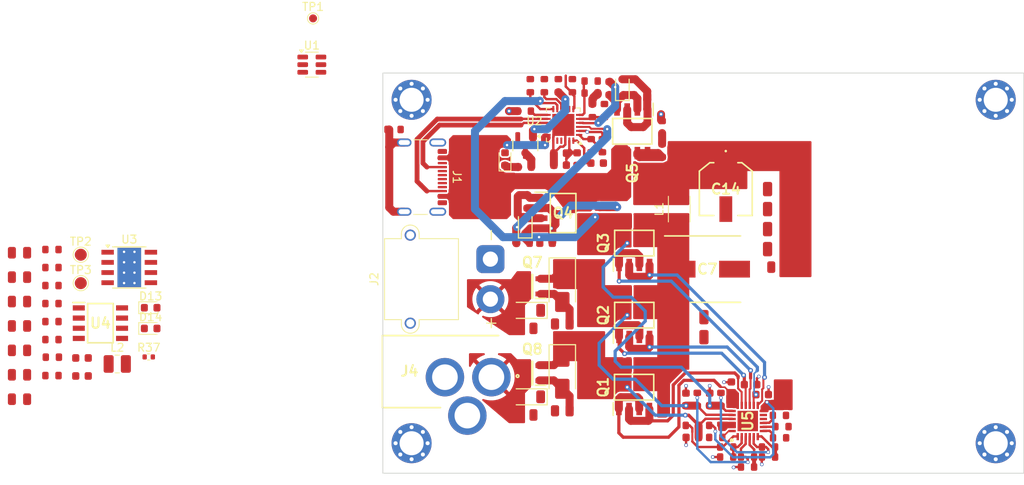
<source format=kicad_pcb>
(kicad_pcb (version 20241229) (generator "pcbnew") (generator_version "9.0")
  (layers (0 "F.Cu" signal) (4 "In1.Cu" signal) (6 "In2.Cu" signal) (8 "In3.Cu" signal) (10 "In4.Cu" signal) (2 "B.Cu" signal) (13 "F.Paste" user) (15 "B.Paste" user) (5 "F.SilkS" user "F.Silkscreen") (7 "B.SilkS" user "B.Silkscreen") (1 "F.Mask" user) (3 "B.Mask" user) (25 "Edge.Cuts" user))
  (net 0 "")
  (net 1 "GND")
  (net 2 "+VBUS_PD")
  (net 3 "Net-(Q1-D1_1)")
  (net 4 "Net-(Q2-D1_1)")
  (net 5 "Net-(Q1-S1)")
  (net 6 "Net-(Q3-S1)")
  (net 7 "Net-(Q2-S1)")
  (net 8 "Net-(U2-VDDD)")
  (net 9 "Net-(U2-VCCD)")
  (net 10 "Net-(Q4-G1)")
  (net 11 "Net-(Q4-D1_1)")
  (net 12 "Net-(Q4-S1)")
  (net 13 "Net-(Q5-S1)")
  (net 14 "Net-(Q5-G1)")
  (net 15 "Net-(Q1-D2_1)")
  (net 16 "Net-(Q1-G1)")
  (net 17 "Net-(Q2-G1)")
  (net 18 "Net-(Q3-G1)")
  (net 19 "Net-(U5-OV1)")
  (net 20 "Net-(U5-UV1)")
  (net 21 "Net-(U5-OV2)")
  (net 22 "Net-(U5-UV2)")
  (net 23 "Net-(U5-OV3)")
  (net 24 "Net-(U5-UV3)")
  (net 25 "Net-(U5-~{VALID3})")
  (net 26 "Net-(U5-~{VALID2})")
  (net 27 "Net-(U5-~{VALID1})")
  (net 28 "Net-(U5-HYS)")
  (net 29 "Net-(U5-EN)")
  (net 30 "Net-(J1-CC1)")
  (net 31 "Net-(J1-D+-PadA6)")
  (net 32 "Net-(J1-D--PadA7)")
  (net 33 "Net-(J1-SHIELD)")
  (net 34 "Net-(J1-CC2)")
  (net 35 "+VBUS_SAFE")
  (net 36 "PD_FAULT")
  (net 37 "Net-(Q6-D)")
  (net 38 "Net-(U2-VBUS_FET_EN)")
  (net 39 "Net-(U2-SAFE_PWR_EN)")
  (net 40 "Net-(U2-VBUS_MIN)")
  (net 41 "Net-(U2-ISNK_FINE)")
  (net 42 "Net-(U2-ISNK_COARSE)")
  (net 43 "+3.3V")
  (net 44 "PD_SCL")
  (net 45 "PD_SDA")
  (net 46 "Net-(D3-K)")
  (net 47 "PD_INT")
  (net 48 "PD_FLIP")
  (net 49 "PD_SAFE")
  (net 56 "PD_IO1")
  (net 57 "Net-(J2-Pin_2)")
  (net 58 "Net-(Q8-G)")
  (net 59 "Net-(Q8-D)")
  (net 60 "Net-(Q7-G)")
  (net 61 "+V_MAIN")
  (net 62 "Net-(U2-GND-Pad22)")
  (net 63 "Net-(U3-BOOT)")
  (net 64 "Net-(U3-SW)")
  (net 65 "Net-(D13-A)")
  (net 66 "Net-(U3-VCC)")
  (net 67 "+3V3")
  (net 68 "+5V")
  (net 69 "Net-(U4-CDELAY)")
  (net 70 "Net-(D13-K)")
  (net 71 "Net-(D14-K)")
  (net 73 "Net-(U3-FB)")
  (net 74 "Net-(R39-Pad2)")
  (net 75 "Net-(U4-PWRGD)")
  (net 76 "Net-(U3-EN)")
  (footprint "PCM_JLCPCB:C_0603" (layer "F.Cu") (at 175.799999 86.024999 90)
    (property "Reference" "C2" (hide yes))
    (property "Value" "100nF")
  )
  (footprint "PCM_JLCPCB:D_SMA" (layer "F.Cu") (at 157.4 82.7 -90)
    (property "Reference" "D5" (hide yes))
    (property "Value" "1SMA4740A")
  )
  (footprint "PCM_JLCPCB:R_0603" (layer "F.Cu") (at 153.407502 46.825999 -90)
    (property "Reference" "R27" (hide yes))
    (property "Value" "2.2kΩ")
  )
  (footprint "PCM_JLCPCB:R_0603" (layer "F.Cu") (at 155.1575 46.825997 -90)
    (property "Reference" "R30" (hide yes))
    (property "Value" "2.2kΩ")
  )
  (footprint "PCM_JLCPCB:R_0805" (layer "F.Cu") (at 157.4 87.45 180)
    (property "Reference" "R35" (hide yes))
    (property "Value" "10kΩ")
  )
  (footprint "PCM_JLCPCB:R_0603" (layer "F.Cu") (at 93.7 78.55)
    (property "Reference" "R43" (hide yes))
    (property "Value" "100kΩ")
  )
  (footprint "PCM_JLCPCB:R_0603" (layer "F.Cu") (at 152.709437 56.987088)
    (property "Reference" "R28" (hide yes))
    (property "Value" "2.2kΩ")
  )
  (footprint "PCM_JLCPCB:R_0603" (layer "F.Cu") (at 177.920001 93.225)
    (property "Reference" "R4" (hide yes))
    (property "Value" "110kΩ")
  )
  (footprint "PCM_JLCPCB:C_0603" (layer "F.Cu") (at 159.25 56 -90)
    (property "Reference" "C10" (hide yes))
    (property "Value" "4.7uF")
  )
  (footprint "PCM_JLCPCB:R_0603" (layer "F.Cu") (at 161.00001 46.249998 180)
    (property "Reference" "R25" (hide yes))
    (property "Value" "10kΩ")
  )
  (footprint "PCM_JLCPCB:R_0603" (layer "F.Cu") (at 163.262916 47.15819 90)
    (property "Reference" "R19" (hide yes))
    (property "Value" "1kΩ")
  )
  (footprint "PCM_JLCPCB:R_0603" (layer "F.Cu") (at 152.657503 50.005998)
    (property "Reference" "R26" (hide yes))
    (property "Value" "2.2kΩ")
  )
  (footprint "UniversalAlexLibrary:SOIC127P600X175-8N" (layer "F.Cu") (at 166.385 66.501 90)
    (property "Reference" "Q3")
    (property "Value" "DMP4025LSD-13" (hide yes))
  )
  (footprint "PCM_JLCPCB:R_0603" (layer "F.Cu") (at 174.250001 86.024997 90)
    (property "Reference" "R9" (hide yes))
    (property "Value" "300kΩ")
  )
  (footprint "PCM_JLCPCB:R_0603" (layer "F.Cu") (at 177.920001 91.974996)
    (property "Reference" "R5" (hide yes))
    (property "Value" "75kΩ")
  )
  (footprint "PCM_JLCPCB:R_0603" (layer "F.Cu") (at 93.75 80.75)
    (property "Reference" "R44" (hide yes))
    (property "Value" "1kΩ")
  )
  (footprint "UniversalAlexLibrary:SOT95P237X112-3N" (layer "F.Cu") (at 153.649998 71.899998 180)
    (property "Reference" "Q7")
    (property "Value" "SQ2319CES-T1_GE3" (hide yes))
  )
  (footprint "PCM_JLCPCB:R_0603" (layer "F.Cu") (at 173.629998 89.274998 180)
    (property "Reference" "R6" (hide yes))
    (property "Value" "240kΩ")
  )
  (footprint "LED_SMD:LED_0603_1608Metric" (layer "F.Cu") (at 150.25 56 90)
    (property "Reference" "D3" (hide yes))
    (property "Value" "LED")
  )
  (footprint "PCM_JLCPCB:C_0603" (layer "F.Cu") (at 157.127499 56.755994 180)
    (property "Reference" "C8" (hide yes))
    (property "Value" "100nF")
  )
  (footprint "DCPower:CAPAE830X1100N" (layer "F.Cu") (at 175.5 69.75)
    (property "Reference" "C7")
    (property "Value" "100uF" (hide yes))
  )
  (footprint "PCM_JLCPCB:R_0603" (layer "F.Cu") (at 153.024998 61.315004 -90)
    (property "Reference" "R1" (hide yes))
    (property "Value" "75kΩ")
  )
  (footprint "PCM_JLCPCB:R_0603" (layer "F.Cu") (at 177.199996 86.024998 90)
    (property "Reference" "R12" (hide yes))
    (property "Value" "240kΩ")
  )
  (footprint "PCM_JLCPCB:D_SMA" (layer "F.Cu") (at 157.399998 71.849999 -90)
    (property "Reference" "D11" (hide yes))
    (property "Value" "1SMA4740A")
  )
  (footprint "PCM_JLCPCB:R_0603" (layer "F.Cu") (at 184.519999 90.824997 180)
    (property "Reference" "R15" (hide yes))
    (property "Value" "1MΩ")
  )
  (footprint "PCM_JLCPCB:R_0603" (layer "F.Cu") (at 180.520001 94.474999)
    (property "Reference" "R7" (hide yes))
    (property "Value" "200kΩ")
  )
  (footprint "PCM_JLCPCB:R_0603" (layer "F.Cu") (at 161.1575 49.935994 90)
    (property "Reference" "R22" (hide yes))
    (property "Value" "2.2kΩ")
  )
  (footprint "PCM_JLCPCB:C_0805" (layer "F.Cu") (at 152.849998 77.149995)
    (property "Reference" "C15" (hide yes))
    (property "Value" "10uF")
  )
  (footprint "PCM_JLCPCB:D_SOD-323" (layer "F.Cu") (at 164.894994 47.074999 90)
    (property "Reference" "D2" (hide yes))
    (property "Value" "H15VSD3B")
  )
  (footprint "TestPoint:TestPoint_Pad_D1.0mm" (layer "F.Cu") (at 126.29 38.42)
    (property "Reference" "TP1")
    (property "Value" "TestPoint")
  )
  (footprint "PCM_JLCPCB:R_0603" (layer "F.Cu") (at 136.4 52.3)
    (property "Reference" "R3" (hide yes))
    (property "Value" "1MΩ")
  )
  (footprint "PCM_JLCPCB:R_0603" (layer "F.Cu") (at 93.7 74.05)
    (property "Reference" "R41" (hide yes))
    (property "Value" "10kΩ")
  )
  (footprint "UniversalAlexLibrary:SOIC127P600X175-8N" (layer "F.Cu") (at 157.5 62.75)
    (property "Reference" "Q4")
    (property "Value" "DMP4025LSD-13" (hide yes))
  )
  (footprint "PCM_JLCPCB:R_0603" (layer "F.Cu") (at 167.180002 47.999999 180)
    (property "Reference" "R18" (hide yes))
    (property "Value" "75kΩ")
  )
  (footprint "PCM_JLCPCB:C_0805" (layer "F.Cu") (at 89.65 86)
    (property "Reference" "C24" (hide yes))
    (property "Value" "10uF")
  )
  (footprint "PCM_JLCPCB:R_0603" (layer "F.Cu") (at 162.407499 54.325996 -90)
    (property "Reference" "R24" (hide yes))
    (property "Value" "10kΩ")
  )
  (footprint "PCM_JLCPCB:R_0603" (layer "F.Cu") (at 184.500002 88.024994 180)
    (property "Reference" "R13" (hide yes))
    (property "Value" "1MΩ")
  )
  (footprint "PCM_JLCPCB:C_0805" (layer "F.Cu") (at 89.65 70.75)
    (property "Reference" "C19" (hide yes))
    (property "Value" "220nF")
  )
  (footprint "PCM_JLCPCB:R_0603" (layer "F.Cu") (at 156.907498 46.825994 90)
    (property "Reference" "R31" (hide yes))
    (property "Value" "10kΩ")
  )
  (footprint "PCM_JLCPCB:Hole, 3mm" (layer "F.Cu") (at 138.59 48.59)
    (property "Reference" "H1" (hide yes))
    (property "Value" "~" (hide yes))
  )
  (footprint "PCM_JLCPCB:D_SOD-123FL" (layer "F.Cu") (at 153.3 74.9 180)
    (property "Reference" "D4" (hide yes))
    (property "Value" "SMF36CA")
  )
  (footprint "PCM_JLCPCB:R_0603" (layer "F.Cu") (at 184.820002 89.424995 180)
    (property "Reference" "R14" (hide yes))
    (property "Value" "1MΩ")
  )
  (footprint "PCM_JLCPCB:C_0603" (layer "F.Cu") (at 155.371379 66.5)
    (property "Reference" "C12" (hide yes))
    (property "Value" "1uF")
  )
  (footprint "UniversalAlexLibrary:SOIC127P600X175-8N" (layer "F.Cu") (at 166.365 84.501 90)
    (property "Reference" "Q1")
    (property "Value" "DMP4025LSD-13" (hide yes))
  )
  (footprint "PCM_JLCPCB:C_0603" (layer "F.Cu") (at 182.350001 85.425001)
    (property "Reference" "C5" (hide yes))
    (property "Value" "100nF")
  )
  (footprint "PCM_JLCPCB:C_0603" (layer "F.Cu") (at 161.75 56.5)
    (property "Reference" "C11" (hide yes))
    (property "Value" "4.7uF")
  )
  (footprint "PCM_JLCPCB:R_0603" (layer "F.Cu") (at 152.5 66.5 180)
    (property "Reference" "R17" (hide yes))
    (property "Value" "1kΩ")
  )
  (footprint "PCM_JLCPCB:C_0805" (layer "F.Cu") (at 89.65 82.95)
    (property "Reference" "C23" (hide yes))
    (property "Value" "22uF")
  )
  (footprint "PCM_JLCPCB:C_0603" (layer "F.Cu") (at 180.899997 84.175003)
    (property "Reference" "C6" (hide yes))
    (property "Value" "1uF")
  )
  (footprint "TestPoint:TestPoint_Pad_D1.5mm" (layer "F.Cu") (at 97.3 67.95)
    (property "Reference" "TP2")
    (property "Value" "TestPoint")
  )
  (footprint "TestPoint:TestPoint_Pad_D1.5mm" (layer "F.Cu") (at 97.3 71.5)
    (property "Reference" "TP3")
    (property "Value" "TestPoint")
  )
  (footprint "Connector_AMASS:AMASS_XT30PW-M_1x02_P2.50mm_Horizontal" (layer "F.Cu") (at 148.424999 68.5 90)
    (property "Reference" "J2")
    (property "Value" "XT30")
  )
  (footprint "PCM_JLCPCB:R_0603" (layer "F.Cu") (at 161.005001 54.325997 -90)
    (property "Reference" "R20" (hide yes))
    (property "Value" "2.2kΩ")
  )
  (footprint "PCM_JLCPCB:C_0805" (layer "F.Cu") (at 184.430002 69.5 180)
    (property "Reference" "C31" (hide yes))
    (property "Value" "2.2uF")
  )
  (footprint "Inductor_SMD:L_TDK_NLV32_3.2x2.5mm" (layer "F.Cu") (at 172 62.25 90)
    (property "Reference" "L1")
    (property "Value" "74479332257210")
  )
  (footprint "PCM_JLCPCB:Q_SOT-23" (layer "F.Cu") (at 152.78694 54.307084 -90)
    (property "Reference" "Q6" (hide yes))
    (property "Value" "2N7002")
  )
  (footprint "UniversalAlexLibrary:QFN50P400X400X80-25N-D" (layer "F.Cu") (at 180.55 88.724994 90)
    (property "Reference" "U5")
    (property "Value" "LTC4417CUF#PBF" (hide yes))
  )
  (footprint "PCM_JLCPCB:C_1206" (layer "F.Cu") (at 173.600002 78.249999)
    (property "Reference" "C27" (hide yes))
    (property "Value" "10uF")
  )
  (footprint "PCM_JLCPCB:C_1206" (layer "F.Cu") (at 184.5 59.75 180)
    (property "Reference" "C32" (hide yes))
    (property "Value" "4.7uF")
  )
  (footprint "DCPower:EEEHP1H4R7P" (layer "F.Cu") (at 177.810001 59.749999 180)
    (property "Reference" "C14")
    (property "Value" "47uF" (hide yes))
  )
  (footprint "PCM_JLCPCB:R_0603" (layer "F.Cu") (at 161.889999 61.249997 -90)
    (property "Reference" "R2" (hide yes))
    (property "Value" "10kΩ")
  )
  (footprint "PCM_JLCPCB:C_0805" (layer "F.Cu") (at 152.85 87.970002)
    (property "Reference" "C16" (hide yes))
    (property "Value" "10uF")
  )
  (footprint "PCM_JLCPCB:Hole, 3mm" (layer "F.Cu") (at 138.59 91.5)
    (property "Reference" "H4" (hide yes))
    (property "Value" "~" (hide yes))
  )
  (footprint "LED_SMD:LED_0603_1608Metric" (layer "F.Cu") (at 106.02 77.16)
    (property "Reference" "D14")
    (property "Value" "LED")
  )
  (footprint "Package_DFN_QFN:QFN-24-1EP_4x4mm_P0.5mm_EP2.75x2.75mm" (layer "F.Cu") (at 157.527503 51.725996 180)
    (property "Reference" "U2")
    (property "Value" "CYPD3177-24LQ")
  )
  (footprint "PCM_JLCPCB:R_0603" (layer "F.Cu") (at 93.7 67.3)
    (property "Reference" "R38" (hide yes))
    (property "Value" "100kΩ")
  )
  (footprint "PCM_JLCPCB:R_0603" (layer "F.Cu") (at 169.859996 54.929997 90)
    (property "Reference" "R32" (hide yes))
    (property "Value" "10kΩ")
  )
  (footprint "PCM_JLCPCB:R_0603" (layer "F.Cu") (at 93.7 83.05)
    (property "Reference" "R69" (hide yes))
    (property "Value" "10kΩ")
  )
  (footprint "PCM_JLCPCB:Hole, 3mm" (layer "F.Cu") (at 211.5 48.59)
    (property "Reference" "H2" (hide yes))
    (property "Value" "~" (hide yes))
  )
  (footprint "Connector_USB:USB_C_Receptacle_GCT_USB4105-xx-A_16P_TopMnt_Horizontal" (layer "F.Cu") (at 138.75 58.25 -90)
    (property "Reference" "J1")
    (property "Value" "USB_C_Receptacle_USB2.0_14P")
  )
  (footprint "PCM_JLCPCB:C_0603" (layer "F.Cu") (at 178.499998 84.624995 90)
    (property "Reference" "C4" (hide yes))
    (property "Value" "100nF")
  )
  (footprint "PCM_JLCPCB:C_0603" (layer "F.Cu") (at 157.127504 55.256 180)
    (property "Reference" "C9" (hide yes))
    (property "Value" "100nF")
  )
  (footprint "PCM_JLCPCB:C_0603" (layer "F.Cu") (at 172.833476 86.024994 90)
    (property "Reference" "C3" (hide yes))
    (property "Value" "100nF")
  )
  (footprint "PCM_JLCPCB:C_1206" (layer "F.Cu") (at 184.5 64.75 180)
    (property "Reference" "C29" (hide yes))
    (property "Value" "10uF")
  )
  (footprint "PCM_JLCPCB:R_0603" (layer "F.Cu") (at 169.859996 52.069997 90)
    (property "Reference" "R33" (hide yes))
    (property "Value" "10kΩ")
  )
  (footprint "PCM_JLCPCB:R_0805" (layer "F.Cu") (at 157.4 76.599999 180)
    (property "Reference" "R34" (hide yes))
    (property "Value" "10kΩ")
  )
  (footprint "PCM_JLCPCB:R_0603" (layer "F.Cu") (at 162.657502 49.935997 -90)
    (property "Reference" "R23" (hide yes))
    (property "Value" "2.2kΩ")
  )
  (footprint "PCM_JLCPCB:R_0603" (layer "F.Cu") (at 176.550001 89.275)
    (property "Reference" "R36" (hide yes))
    (property "Value" "10kΩ")
  )
  (footprint "PCM_JLCPCB:C_1206" (layer "F.Cu") (at 173.600002 75.749999)
    (property "Reference" "C26" (hide yes))
    (property "Value" "10uF")
  )
  (footprint "Inductor_SMD:L_1008_2520Metric" (layer "F.Cu") (at 101.85 81.6)
    (property "Reference" "L2")
    (property "Value" "1.5 uH")
  )
  (footprint "PCM_JLCPCB:C_0603" (layer "F.Cu") (at 97.45 83.1)
    (property "Reference" "C25" (hide yes))
    (property "Value" "1nF")
  )
  (footprint "DCPower:694106301002_1" (layer "F.Cu") (at 134.95 87.05)
    (property "Reference" "J4")
    (property "Value" "Barrel_Jack_Switch" (hide yes))
  )
  (footprint "PCM_JLCPCB:R_0603" (layer "F.Cu") (at 183.139998 91.974997)
    (property "Reference" "R11" (hide yes))
    (property "Value" "49.9kΩ")
  )
  (footprint "PCM_JLCPCB:R_0603" (layer "F.Cu") (at 176.550001 90.774996 180)
    (property "Reference" "R16" (hide yes))
    (property "Value" "240kΩ")
  )
  (footprint "PCM_JLCPCB:Hole, 3mm" (layer "F.Cu") (at 211.5 91.5)
    (property "Reference" "H3" (hide yes))
    (property "Value" "~" (hide yes))
  )
  (footprint "PCM_JLCPCB:C_0805" (layer "F.Cu") (at 89.65 73.8)
    (property "Reference" "C20" (hide yes))
    (property "Value" "22uF")
  )
  (footprint "PCM_JLCPCB:D_SOD-123FL" (layer "F.Cu") (at 153.3 85.7 180)
    (property "Reference" "D6" (hide yes))
    (property "Value" "SMF36CA")
  )
  (footprint "PCM_JLCPCB:R_0603" (layer "F.Cu") (at 161 47.75)
    (property "Reference" "R21" (hide yes))
    (property "Value" "2.2kΩ")
  )
  (footprint "PCM_JLCPCB:R_0603" (layer "F.Cu") (at 183.139999 93.225)
    (property "Reference" "R10" (hide yes))
    (property "Value" "300kΩ")
  )
  (footprint "PCM_JLCPCB:C_1206" (layer "F.Cu") (at 184.500001 67.25 180)
    (property "Reference" "C28" (hide yes))
    (property "Value" "10uF")
  )
  (footprint "PCM_JLCPCB:R_0603" (layer "F.Cu") (at 158.657505 46.825994 -90)
    (property "Reference" "R29" (hide yes))
    (property "Value" "2.2kΩ")
  )
  (footprint "NXP_CUP_Finals_LuckyBadgers:SOIC127P600X175-8N" (layer "F.Cu") (at 99.75 76.5)
    (property "Reference" "U4")
    (property "Value" "MCP1727T-3302E_SN" (hide yes))
  )
  (footprint "PCM_JLCPCB:C_0805" (layer "F.Cu") (at 89.65 67.7)
    (property "Reference" "C18" (hide yes))
    (property "Value" "10uF")
  )
  (footprint "PCM_JLCPCB:C_0603" (layer "F.Cu") (at 163.139999 61.249997 -90)
    (property "Reference" "C13" (hide yes))
    (property "Value" "1uF")
  )
  (footprint "Package_SO:Texas_HSOP-8-1EP_3.9x4.9mm_P1.27mm_ThermalVias" (layer "F.Cu") (at 103.35 69.54)
    (property "Reference" "U3")
    (property "Value" "LMR33630CDDA")
  )
  (footprint "PCM_JLCPCB:R_0603" (layer "F.Cu") (at 180.520005 93.224999)
    (property "Reference" "R8" (hide yes))
    (property "Value" "150kΩ")
  )
  (footprint "PCM_JLCPCB:C_1206" (layer "F.Cu") (at 184.5 62.249997 180)
    (property "Reference" "C30" (hide yes))
    (property "Value" "10uF")
  )
  (footprint "LED_SMD:LED_0603_1608Metric" (layer "F.Cu") (at 106.02 74.57)
    (property "Reference" "D13")
    (property "Value" "LED")
  )
  (footprint "PCM_JLCPCB:R_0603" (layer "F.Cu") (at 93.7 71.8)
    (property "Reference" "R40" (hide yes))
    (property "Value" "1kΩ")
  )
  (footprint "PCM_JLCPCB:C_0603" (layer "F.Cu") (at 173.630003 90.774996 180)
    (property "Reference" "C1" (hide yes))
    (property "Value" "100nF")
  )
  (footprint "PCM_JLCPCB:R_0603" (layer "F.Cu") (at 93.7 69.55)
    (property "Reference" "R39" (hide yes))
    (property "Value" "24kΩ")
  )
  (footprint "PCM_JLCPCB:C_0805" (layer "F.Cu") (at 89.65 76.85)
    (property "Reference" "C21" (hide yes))
    (property "Value" "22uF")
  )
  (footprint "PCM_JLCPCB:R_0603" (layer "F.Cu") (at 93.7 76.3)
    (property "Reference" "R42" (hide yes))
    (property "Value" "1kΩ")
  )
  (footprint "PCM_JLCPCB:C_0603" (layer "F.Cu") (at 97.45 80.85)
    (property "Reference" "C17" (hide yes))
    (property "Value" "100nF")
  )
  (footprint "UniversalAlexLibrary:SOIC127P600X175-8N" (layer "F.Cu") (at 166.385 75.499999 90)
    (property "Reference" "Q2")
    (property "Value" "DMP4025LSD-13" (hide yes))
  )
  (footprint "UniversalAlexLibrary:SOIC127P600X175-8N" (layer "F.Cu") (at 166.134997 52.525 -90)
    (property "Reference" "Q5")
    (property "Value" "DMP4025LSD-13" (hide yes))
  )
  (footprint "UniversalAlexLibrary:SOT95P237X112-3N" (layer "F.Cu") (at 153.65 82.75 180)
    (property "Reference" "Q8")
    (property "Value" "SQ2319CES-T1_GE3" (hide yes))
  )
  (footprint "Resistor_SMD:R_0402_1005Metric" (layer "F.Cu") (at 105.78 80.72)
    (property "Reference" "R37")
    (property "Value" "10k")
  )
  (footprint "PCM_JLCPCB:D_SOD-323" (layer "F.Cu") (at 152.775006 64.245 90)
    (property "Reference" "D1" (hide yes))
    (property "Value" "H15VSD3B")
  )
  (footprint "PCM_JLCPCB:C_0805" (layer "F.Cu") (at 89.65 79.9)
    (property "Reference" "C22" (hide yes))
    (property "Value" "1uF")
  )
  (footprint "Package_TO_SOT_SMD:SOT-23-6" (layer "F.Cu") (at 126.1375 44.2)
    (property "Reference" "U1")
    (property "Value" "USBLC6-2SC6")
  )
  (gr_rect (start 135 45.25) (end 215 95.25) (stroke (width 0.1)) (fill no) (layer "Edge.Cuts"))
  (segment (start 172.833475 85.244997) (end 172.833474 84.341527) (width 0.3) (layer "F.Cu") (net 1))
  (segment (start 156.277498 53.700996) (end 156.2775 53.237505) (width 0.3) (layer "F.Cu") (net 1))
  (segment (start 157.513011 54.451996) (end 157.151499 54.451994) (width 0.3) (layer "F.Cu") (net 1))
  (segment (start 161.727499 48.005995) (end 161.82 47.913494) (width 1) (layer "F.Cu") (net 1))
  (segment (start 175.8 85.244997) (end 175.799999 84.324998) (width 0.3) (layer "F.Cu") (net 1))
  (segment (start 157.777498 53.700995) (end 157.7775 54.187507) (width 0.3) (layer "F.Cu") (net 1))
  (segment (start 161.82 47.913494) (end 161.82 47.75) (width 1) (layer "F.Cu") (net 1))
  (segment (start 157.7775 51.975991) (end 157.527503 51.725996) (width 0.3) (layer "F.Cu") (net 1))
  (segment (start 178.830004 94.474997) (end 178.780002 94.524999) (width 0.3) (layer "F.Cu") (net 1))
  (segment (start 169.724998 50.39) (end 169.724998 51.134995) (width 1) (layer "F.Cu") (net 1))
  (segment (start 156.347501 56.755991) (end 156.347499 55.255996) (width 1) (layer "F.Cu") (net 1))
  (segment (start 179.699997 94.474996) (end 178.830004 94.474997) (width 0.3) (layer "F.Cu") (net 1))
  (segment (start 161.281 48.289) (end 161.281 48.403748) (width 1) (layer "F.Cu") (net 1))
  (segment (start 157.151499 54.451994) (end 156.347499 55.255996) (width 0.3) (layer "F.Cu") (net 1))
  (segment (start 177.1 93.224997) (end 176.179995 93.225002) (width 0.3) (layer "F.Cu") (net 1))
  (segment (start 181.7 84.175002) (end 181.7 83.392049) (width 0.3) (layer "F.Cu") (net 1))
  (segment (start 156.2775 53.237505) (end 156.303504 53.211499) (width 0.3) (layer "F.Cu") (net 1))
  (segment (start 157.777498 53.700995) (end 157.7775 51.975991) (width 0.3) (layer "F.Cu") (net 1))
  (segment (start 172.833474 84.341527) (end 172.850002 84.325001) (width 0.3) (layer "F.Cu") (net 1))
  (segment (start 178.722511 83.875004) (end 177.802503 83.875) (width 0.3) (layer "F.Cu") (net 1))
  (segment (start 172.850002 90.824999) (end 172.85 91.745005) (width 0.3) (layer "F.Cu") (net 1))
  (segment (start 161.281 48.403748) (end 161.157502 48.527246) (width 1) (layer "F.Cu") (net 1))
  (segment (start 156.303504 53.211499) (end 156.303499 52.949994) (width 0.3) (layer "F.Cu") (net 1))
  (segment (start 156.347499 55.255996) (end 156.277499 55.18599) (width 0.3) (layer "F.Cu") (net 1))
  (segment (start 156.303499 52.949994) (end 157.527503 51.725996) (width 0.3) (layer "F.Cu") (net 1))
  (segment (start 183.150006 84.475002) (end 183.150001 85.425001) (width 0.3) (layer "F.Cu") (net 1))
  (segment (start 157.7775 54.187507) (end 157.513011 54.451996) (width 0.3) (layer "F.Cu") (net 1))
  (segment (start 181.7 83.392049) (end 181.92556 83.166489) (width 0.3) (layer "F.Cu") (net 1))
  (segment (start 161.157502 48.527246) (end 161.157502 49.115996) (width 1) (layer "F.Cu") (net 1))
  (segment (start 156.277499 55.18599) (end 156.277498 53.700996) (width 0.3) (layer "F.Cu") (net 1))
  (segment (start 182.3 93.224999) (end 182.299996 94.144996) (width 0.3) (layer "F.Cu") (net 1))
  (segment (start 161.82 47.75) (end 161.281 48.289) (width 1) (layer "F.Cu") (net 1))
  (via (at 182.299996 94.144996) (size 0.45) (drill 0.3) (layers "F.Cu" "B.Cu") (net 1))
  (via (at 177.579999 83.874999) (size 0.45) (drill 0.3) (layers "F.Cu" "B.Cu") (net 1))
  (via (at 172.850002 84.325001) (size 0.45) (drill 0.3) (layers "F.Cu" "B.Cu") (net 1))
  (via (at 178.780002 94.524999) (size 0.45) (drill 0.3) (layers "F.Cu" "B.Cu") (net 1))
  (via (at 172.85 91.745005) (size 0.45) (drill 0.3) (layers "F.Cu" "B.Cu") (net 1))
  (via (at 176.179995 93.225002) (size 0.45) (drill 0.3) (layers "F.Cu" "B.Cu") (net 1))
  (via (at 175.799999 84.324998) (size 0.45) (drill 0.3) (layers "F.Cu" "B.Cu") (net 1))
  (via (at 169.725 50.389998) (size 0.6) (drill 0.3) (layers "F.Cu" "B.Cu") (net 1))
  (via (at 183.150006 84.475002) (size 0.45) (drill 0.3) (layers "F.Cu" "B.Cu") (net 1))
  (via (at 181.92556 83.166489) (size 0.45) (drill 0.3) (layers "F.Cu" "B.Cu") (net 1))
  (segment (start 175.800003 86.804999) (end 177.159999 86.804996) (width 1) (layer "F.Cu") (net 2))
  (segment (start 154.901501 49) (end 154.657503 48.755996) (width 0.3) (layer "F.Cu") (net 2))
  (segment (start 160.225003 63.384999) (end 160.225002 64) (width 1) (layer "F.Cu") (net 2))
  (segment (start 160.75 64) (end 161.5 63.25) (width 1) (layer "F.Cu") (net 2))
  (segment (start 154.59138 66.5) (end 154.59138 65.84238) (width 0.5) (layer "F.Cu") (net 2))
  (segment (start 160.225002 64) (end 160.75 64) (width 1) (layer "F.Cu") (net 2))
  (segment (start 178.585 87.449997) (end 177.804998 87.450001) (width 0.3) (layer "F.Cu") (net 2))
  (segment (start 156.777501 49.750996) (end 156.777498 49.264487) (width 0.3) (layer "F.Cu") (net 2))
  (segment (start 156.777498 49.264487) (end 156.513009 48.999996) (width 0.3) (layer "F.Cu") (net 2))
  (segment (start 156.513009 48.999996) (end 154.901501 49) (width 0.3) (layer "F.Cu") (net 2))
  (segment (start 177.804998 87.450001) (end 177.200001 86.844999) (width 0.3) (layer "F.Cu") (net 2))
  (segment (start 154.59138 65.84238) (end 154.5 65.751) (width 0.5) (layer "F.Cu") (net 2))
  (segment (start 160.225002 64) (end 160.225 64.654996) (width 1) (layer "F.Cu") (net 2))
  (via (at 165.5 66.5) (size 0.6) (drill 0.3) (layers "F.Cu" "B.Cu") (net 2))
  (via (at 161.5 63.25) (size 0.6) (drill 0.3) (layers "F.Cu" "B.Cu") (net 2))
  (via (at 175.799999 86.804998) (size 0.6) (drill 0.3) (layers "F.Cu" "B.Cu") (net 2))
  (via (at 154.657503 48.755996) (size 0.45) (drill 0.3) (layers "F.Cu" "B.Cu") (net 2))
  (via (at 154.5 65.751) (size 0.6) (drill 0.3) (layers "F.Cu" "B.Cu") (net 2))
  (segment (start 175.799999 85.549999) (end 175.799999 86.804998) (width 0.4) (layer "B.Cu") (net 2))
  (segment (start 165.5 66.5) (end 162.5 69.5) (width 0.4) (layer "B.Cu") (net 2))
  (segment (start 164.75 82) (end 172.25 82) (width 0.4) (layer "B.Cu") (net 2))
  (segment (start 166 73.25) (end 167.75 75) (width 0.4) (layer "B.Cu") (net 2))
  (segment (start 146.5 52.5) (end 150.25 48.75) (width 1) (layer "B.Cu") (net 2))
  (segment (start 161.5 63.25) (end 158.999 65.751) (width 1) (layer "B.Cu") (net 2))
  (segment (start 150.25 48.75) (end 154.545014 48.75) (width 1) (layer "B.Cu") (net 2))
  (segment (start 172.25 82) (end 175.799999 85.549999) (width 0.4) (layer "B.Cu") (net 2))
  (segment (start 154.5 65.751) (end 150.001 65.751) (width 1) (layer "B.Cu") (net 2))
  (segment (start 162.5 72) (end 163.75 73.25) (width 0.4) (layer "B.Cu") (net 2))
  (segment (start 150.001 65.751) (end 146.5 62.25) (width 1) (layer "B.Cu") (net 2))
  (segment (start 167.75 76.25) (end 164 80) (width 0.4) (layer "B.Cu") (net 2))
  (segment (start 164 80) (end 164 81.25) (width 0.4) (layer "B.Cu") (net 2))
  (segment (start 158.999 65.751) (end 154.5 65.751) (width 1) (layer "B.Cu") (net 2))
  (segment (start 162.5 69.5) (end 162.5 72) (width 0.4) (layer "B.Cu") (net 2))
  (segment (start 163.75 73.25) (end 166 73.25) (width 0.4) (layer "B.Cu") (net 2))
  (segment (start 146.5 62.25) (end 146.5 52.5) (width 1) (layer "B.Cu") (net 2))
  (segment (start 167.75 75) (end 167.75 76.25) (width 0.4) (layer "B.Cu") (net 2))
  (segment (start 164 81.25) (end 164.75 82) (width 0.4) (layer "B.Cu") (net 2))
  (segment (start 154.545014 48.75) (end 154.598261 48.696753) (width 1) (layer "B.Cu") (net 2))
  (segment (start 174.450001 89.274999) (end 175.275003 88.449996) (width 0.3) (layer "F.Cu") (net 3))
  (segment (start 173.175 88) (end 174.449998 89.274998) (width 0.4) (layer "F.Cu") (net 3))
  (segment (start 154.539998 81.749999) (end 156.350001 81.75) (width 1) (layer "F.Cu") (net 3))
  (segment (start 174.409994 90.775) (end 174.410001 89.315002) (width 1) (layer "F.Cu") (net 3))
  (segment (start 156.350001 81.75) (end 157.4 80.7) (width 1) (layer "F.Cu") (net 3))
  (segment (start 172.75 88) (end 173.175 88) (width 0.4) (layer "F.Cu") (net 3))
  (segment (start 175.275003 88.449996) (end 178.585003 88.45) (width 0.3) (layer "F.Cu") (net 3))
  (via (at 165.5 84.5) (size 0.6) (drill 0.3) (layers "F.Cu" "B.Cu") (net 3))
  (via (at 172.75 88) (size 0.6) (drill 0.3) (layers "F.Cu" "B.Cu") (net 3))
  (segment (start 165.5 84.5) (end 169 88) (width 0.4) (layer "B.Cu") (net 3))
  (segment (start 169 88) (end 172.75 88) (width 0.4) (layer "B.Cu") (net 3))
  (segment (start 174.25 86.845) (end 175.355007 87.950003) (width 0.3) (layer "F.Cu") (net 4))
  (segment (start 156.300001 70.949998) (end 157.399999 69.849998) (width 1) (layer "F.Cu") (net 4))
  (segment (start 154.699997 70.949998) (end 156.300001 70.949998) (width 1) (layer "F.Cu") (net 4))
  (segment (start 175.355007 87.950003) (end 178.585 87.949997) (width 0.3) (layer "F.Cu") (net 4))
  (segment (start 172.833481 86.805001) (end 174.21 86.805002) (width 1) (layer "F.Cu") (net 4))
  (via (at 172.833476 86.804993) (size 0.6) (drill 0.3) (layers "F.Cu" "B.Cu") (net 4))
  (via (at 165.5 75.5) (size 0.6) (drill 0.3) (layers "F.Cu" "B.Cu") (net 4))
  (segment (start 163.75 83.5) (end 166.5 83.5) (width 0.4) (layer "B.Cu") (net 4))
  (segment (start 162 79) (end 162 81.75) (width 0.4) (layer "B.Cu") (net 4))
  (segment (start 165.5 75.5) (end 162 79) (width 0.4) (layer "B.Cu") (net 4))
  (segment (start 169.804993 86.804993) (end 172.833476 86.804993) (width 0.4) (layer "B.Cu") (net 4))
  (segment (start 162 81.75) (end 163.75 83.5) (width 0.4) (layer "B.Cu") (net 4))
  (segment (start 166.5 83.5) (end 169.804993 86.804993) (width 0.4) (layer "B.Cu") (net 4))
  (segment (start 177.2 84.5) (end 177.684062 84.5) (width 0.2) (layer "F.Cu") (net 5))
  (segment (start 177.684062 84.5) (end 178.499998 85.315936) (width 0.2) (layer "F.Cu") (net 5))
  (segment (start 164.46 85.969) (end 164.679 85.75) (width 1) (layer "F.Cu") (net 5))
  (segment (start 167 85.969) (end 167 87.226) (width 1) (layer "F.Cu") (net 5))
  (segment (start 172.567922 83.644001) (end 171.957476 84.254447) (width 0.4) (layer "F.Cu") (net 5))
  (segment (start 176.344001 83.644001) (end 172.567922 83.644001) (width 0.4) (layer "F.Cu") (net 5))
  (segment (start 178.499998 85.315936) (end 178.499998 85.404994) (width 0.2) (layer "F.Cu") (net 5))
  (segment (start 164.46 87.225999) (end 164.46 85.969) (width 1) (layer "F.Cu") (net 5))
  (segment (start 171.957476 89.457476) (end 170.664952 90.75) (width 0.4) (layer "F.Cu") (net 5))
  (segment (start 165 90.75) (end 164.46 90.21) (width 0.4) (layer "F.Cu") (net 5))
  (segment (start 177.1 84.4) (end 177.2 84.5) (width 0.2) (layer "F.Cu") (net 5))
  (segment (start 170.664952 90.75) (end 165 90.75) (width 0.4) (layer "F.Cu") (net 5))
  (segment (start 166.781 85.75) (end 167 85.969) (width 1) (layer "F.Cu") (net 5))
  (segment (start 164.46 90.21) (end 164.46 87.225999) (width 0.4) (layer "F.Cu") (net 5))
  (segment (start 164.679 85.75) (end 166.781 85.75) (width 1) (layer "F.Cu") (net 5))
  (segment (start 177.1 84.4) (end 176.344001 83.644001) (width 0.4) (layer "F.Cu") (net 5))
  (segment (start 171.957476 84.254447) (end 171.957476 89.457476) (width 0.4) (layer "F.Cu") (net 5))
  (segment (start 181.285002 86.749996) (end 181.284998 85.709996) (width 0.25) (layer "F.Cu") (net 6))
  (segment (start 164.48 67.969) (end 164.699 67.75) (width 1) (layer "F.Cu") (net 6))
  (segment (start 164.699 67.75) (end 166.634 67.75) (width 1) (layer "F.Cu") (net 6))
  (segment (start 167.02 68.136) (end 167.02 69.226) (width 1) (layer "F.Cu") (net 6))
  (segment (start 181.570002 85.425001) (end 181.57 85.425001) (width 0.2) (layer "F.Cu") (net 6))
  (segment (start 164.5 71.25) (end 164.5 69.246001) (width 0.4) (layer "F.Cu") (net 6))
  (segment (start 166.634 67.75) (end 167.02 68.136) (width 1) (layer "F.Cu") (net 6))
  (segment (start 181.57 85.425001) (end 181.569998 85.424999) (width 0.2) (layer "F.Cu") (net 6))
  (segment (start 164.5 69.246001) (end 164.48 69.226001) (width 0.4) (layer "F.Cu") (net 6))
  (segment (start 181.284998 85.709996) (end 181.569998 85.424999) (width 0.25) (layer "F.Cu") (net 6))
  (segment (start 164.48 69.226001) (end 164.48 67.969) (width 1) (layer "F.Cu") (net 6))
  (via (at 181.569998 85.424999) (size 0.6) (drill 0.3) (layers "F.Cu" "B.Cu") (net 6))
  (via (at 164.5 71.25) (size 0.6) (drill 0.3) (layers "F.Cu" "B.Cu") (net 6))
  (segment (start 181.341508 85.196509) (end 181.569998 85.424999) (width 0.2) (layer "B.Cu") (net 6))
  (segment (start 171 71.25) (end 164.5 71.25) (width 0.4) (layer "B.Cu") (net 6))
  (segment (start 181.699969 82.449969) (end 181.75 82.399938) (width 0.4) (layer "B.Cu") (net 6))
  (segment (start 181.75 82) (end 171 71.25) (width 0.4) (layer "B.Cu") (net 6))
  (segment (start 181.699969 82.449969) (end 181.341508 82.808431) (width 0.2) (layer "B.Cu") (net 6))
  (segment (start 181.341508 82.808431) (end 181.341508 85.196509) (width 0.2) (layer "B.Cu") (net 6))
  (segment (start 181.75 82.399938) (end 181.75 82) (width 0.4) (layer "B.Cu") (net 6))
  (segment (start 165.176893 80.323107) (end 164.5 79.646214) (width 0.4) (layer "F.Cu") (net 7))
  (segment (start 164.5 79.646214) (end 164.5 78.244998) (width 0.4) (layer "F.Cu") (net 7))
  (segment (start 166.801 76.748999) (end 167.02 76.967999) (width 1) (layer "F.Cu") (net 7))
  (segment (start 180.284997 84.34) (end 180.120004 84.174998) (width 0.25) (layer "F.Cu") (net 7))
  (segment (start 180.119998 83.086184) (end 180.027727 82.993913) (width 0.4) (layer "F.Cu") (net 7))
  (segment (start 164.48 78.224998) (end 164.48 76.967999) (width 1) (layer "F.Cu") (net 7))
  (segment (start 180.119998 84.175003) (end 180.119998 83.086184) (width 0.4) (layer "F.Cu") (net 7))
  (segment (start 164.5 78.244998) (end 164.48 78.224998) (width 0.4) (layer "F.Cu") (net 7))
  (segment (start 167.02 76.967999) (end 167.02 78.224999) (width 1) (layer "F.Cu") (net 7))
  (segment (start 164.699 76.748999) (end 166.801 76.748999) (width 1) (layer "F.Cu") (net 7))
  (segment (start 164.48 76.967999) (end 164.699 76.748999) (width 1) (layer "F.Cu") (net 7))
  (segment (start 180.285002 86.75) (end 180.284997 84.34) (width 0.25) (layer "F.Cu") (net 7))
  (via (at 165.176893 80.323107) (size 0.6) (drill 0.3) (layers "F.Cu" "B.Cu") (net 7))
  (via (at 180.027727 82.993913) (size 0.6) (drill 0.3) (layers "F.Cu" "B.Cu") (net 7))
  (segment (start 165.176893 80.323107) (end 165.25 80.25) (width 0.4) (layer "B.Cu") (net 7))
  (segment (start 165.25 80.25) (end 177.283814 80.25) (width 0.4) (layer "B.Cu") (net 7))
  (segment (start 177.283814 80.25) (end 180.027727 82.993913) (width 0.4) (layer "B.Cu") (net 7))
  (segment (start 158.277504 54.75) (end 158.277504 54.885995) (width 0.3) (layer "F.Cu") (net 8))
  (segment (start 158.747505 55.220001) (end 158.277504 54.75) (width 0.3) (layer "F.Cu") (net 8))
  (segment (start 158.687502 55.220001) (end 157.907503 56) (width 0.3) (layer "F.Cu") (net 8))
  (segment (start 159.25 55.220001) (end 158.747505 55.220001) (width 0.3) (layer "F.Cu") (net 8))
  (segment (start 159.25 55.220001) (end 158.687502 55.220001) (width 0.3) (layer "F.Cu") (net 8))
  (segment (start 158.277504 54.885995) (end 157.907503 55.255996) (width 0.3) (layer "F.Cu") (net 8))
  (segment (start 159.25 55.220001) (end 157.943502 55.220001) (width 0.3) (layer "F.Cu") (net 8))
  (segment (start 157.907503 56) (end 157.907503 56.755989) (width 0.3) (layer "F.Cu") (net 8))
  (segment (start 157.943502 55.220001) (end 157.907503 55.256) (width 0.3) (layer "F.Cu") (net 8))
  (segment (start 158.2775 53.700995) (end 158.277504 54.75) (width 0.3) (layer "F.Cu") (net 8))
  (segment (start 157.907503 56.755989) (end 157.907498 56.755994) (width 0.3) (layer "F.Cu") (net 8))
  (segment (start 157.907503 55.255996) (end 157.907503 56) (width 0.3) (layer "F.Cu") (net 8))
  (segment (start 159.21175 53.700996) (end 160.130486 54.619732) (width 0.3) (layer "F.Cu") (net 9))
  (segment (start 158.777501 53.700996) (end 159.21175 53.700996) (width 0.3) (layer "F.Cu") (net 9))
  (segment (start 160.130486 56.380486) (end 160.25 56.5) (width 0.3) (layer "F.Cu") (net 9))
  (segment (start 160.25 56.5) (end 160.970001 56.5) (width 0.3) (layer "F.Cu") (net 9))
  (segment (start 160.130486 54.619732) (end 160.130486 56.380486) (width 0.3) (layer "F.Cu") (net 9))
  (segment (start 156.183184 64.503812) (end 156.183189 64.503815) (width 1) (layer "F.Cu") (net 10))
  (segment (start 156.525001 62.884999) (end 156.525003 62.884997) (width 1) (layer "F.Cu") (net 10))
  (segment (start 153.414995 64.655) (end 153.414997 64.655009) (width 1) (layer "F.Cu") (net 10))
  (segment (start 164.25 62) (end 162.090531 62) (width 1) (layer "F.Cu") (net 10))
  (segment (start 153.025001 62.134994) (end 154.754997 62.134998) (width 1) (layer "F.Cu") (net 10))
  (segment (start 162.090531 62) (end 162.025263 61.934732) (width 1) (layer "F.Cu") (net 10))
  (segment (start 156.525003 62.884997) (end 156.525002 64.161999) (width 1) (layer "F.Cu") (net 10))
  (segment (start 156.15138 64.535626) (end 156.151378 66.392079) (width 1) (layer "F.Cu") (net 10))
  (segment (start 152.775004 65.913892) (end 153.253189 66.392077) (width 1) (layer "F.Cu") (net 10))
  (segment (start 156.525002 64.161999) (end 156.525001 62.884999) (width 1) (layer "F.Cu") (net 10))
  (segment (start 156.525003 62.884997) (end 157.134997 62.884997) (width 1) (layer "F.Cu") (net 10))
  (segment (start 153.414997 64.655009) (end 152.775004 65.295001) (width 1) (layer "F.Cu") (net 10))
  (segment (start 156.031998 64.654999) (end 156.183184 64.503812) (width 1) (layer "F.Cu") (net 10))
  (segment (start 156.525002 64.161999) (end 156.15138 64.535626) (width 1) (layer "F.Cu") (net 10))
  (segment (start 161.889999 62.069997) (end 163.099998 62.069997) (width 0.25) (layer "F.Cu") (net 10))
  (segment (start 163.099998 62.069997) (end 163.139999 62.029996) (width 0.25) (layer "F.Cu") (net 10))
  (segment (start 156.525002 64.161999) (end 156.031998 64.654999) (width 1) (layer "F.Cu") (net 10))
  (segment (start 157.134997 62.884997) (end 157.25 63) (width 1) (layer "F.Cu") (net 10))
  (segment (start 156.525003 62.884997) (end 155.754994 62.114997) (width 1) (layer "F.Cu") (net 10))
  (segment (start 154.754997 62.134998) (end 154.774995 62.114997) (width 1) (layer "F.Cu") (net 10))
  (segment (start 152.775004 65.295001) (end 152.775004 65.913892) (width 1) (layer "F.Cu") (net 10))
  (segment (start 156.031998 64.654999) (end 153.414995 64.655) (width 1) (layer "F.Cu") (net 10))
  (segment (start 156.183189 64.503815) (end 156.525002 64.161999) (width 1) (layer "F.Cu") (net 10))
  (segment (start 155.754994 62.114997) (end 154.774995 62.114997) (width 1) (layer "F.Cu") (net 10))
  (via (at 156.031998 64.654999) (size 0.45) (drill 0.3) (layers "F.Cu" "B.Cu") (net 10))
  (via (at 164.25 62) (size 0.6) (drill 0.3) (layers "F.Cu" "B.Cu") (net 10))
  (via (at 157.25 63) (size 0.6) (drill 0.3) (layers "F.Cu" "B.Cu") (net 10))
  (segment (start 158.439027 61.810973) (end 164.060973 61.810973) (width 1) (layer "B.Cu") (net 10))
  (segment (start 157.25 63) (end 158.439027 61.810973) (width 1) (layer "B.Cu") (net 10))
  (segment (start 164.060973 61.810973) (end 164.25 62) (width 1) (layer "B.Cu") (net 10))
  (segment (start 155.25 54.25) (end 155.25 53.301996) (width 1) (layer "F.Cu") (net 11))
  (segment (start 155.25 53.301996) (end 155.451503 53.301996) (width 1) (layer "F.Cu") (net 11))
  (via (at 150.5 54.25) (size 0.6) (drill 0.3) (layers "F.Cu" "B.Cu") (net 11))
  (via (at 155.25 54.25) (size 0.6) (drill 0.3) (layers "F.Cu" "B.Cu") (net 11))
  (segment (start 155.25 54.25) (end 150.5 54.25) (width 1) (layer "B.Cu") (net 11))
  (segment (start 153.374997 60.845) (end 153.024999 60.495) (width 1) (layer "F.Cu") (net 12))
  (segment (start 154.775001 60.844997) (end 153.374997 60.845) (width 1) (layer "F.Cu") (net 12))
  (segment (start 152.089999 63.235993) (end 152.775 63.235998) (width 1) (layer "F.Cu") (net 12))
  (segment (start 153.024999 60.495) (end 152.015 60.494999) (width 1) (layer "F.Cu") (net 12))
  (segment (start 151.84 60.669998) (end 151.839996 63.021999) (width 1) (layer "F.Cu") (net 12))
  (segment (start 152.239004 63.384998) (end 154.774999 63.384999) (width 1) (layer "F.Cu") (net 12))
  (segment (start 152.089999 63.235993) (end 152.239004 63.384998) (width 1) (layer "F.Cu") (net 12))
  (segment (start 168.039999 51.460002) (end 167.499994 52.000004) (width 1) (layer "F.Cu") (net 13))
  (segment (start 167.499994 52.000004) (end 166.000001 52.000003) (width 1) (layer "F.Cu") (net 13))
  (segment (start 168.000002 48.574999) (end 167.999999 48.000001) (width 1) (layer "F.Cu") (net 13))
  (segment (start 166.000001 52.000003) (end 165.5 51.5) (width 1) (layer "F.Cu") (net 13))
  (segment (start 165.5 51.5) (end 165.499992 49.799996) (width 1) (layer "F.Cu") (net 13))
  (segment (start 168.039997 49.799998) (end 167.999999 49.760002) (width 1) (layer "F.Cu") (net 13))
  (segment (start 168.039997 49.799998) (end 168.039999 51.460002) (width 1) (layer "F.Cu") (net 13))
  (segment (start 168.000002 48.574999) (end 168 47.525) (width 1) (layer "F.Cu") (net 13))
  (segment (start 167.999999 49.760002) (end 168.000002 48.574999) (width 1) (layer "F.Cu") (net 13))
  (segment (start 166.5 46.024999) (end 164.894995 46.024999) (width 1) (layer "F.Cu") (net 13))
  (segment (start 168 47.525) (end 166.5 46.024999) (width 1) (layer "F.Cu") (net 13))
  (segment (start 163.262915 47.97819) (end 163.854041 48.569315) (width 1) (layer "F.Cu") (net 14))
  (segment (start 166.769992 48.410002) (end 166.359998 47.999997) (width 1) (layer "F.Cu") (net 14))
  (segment (start 163.854041 48.569315) (end 164.009318 48.569315) (width 1) (layer "F.Cu") (net 14))
  (segment (start 166.360001 48.000001) (end 165.019992 47.999999) (width 1) (layer "F.Cu") (net 14))
  (segment (start 166.769997 49.8) (end 166.769992 48.410002) (width 1) (layer "F.Cu") (net 14))
  (segment (start 164.009318 48.569315) (end 164.229997 48.789997) (width 1) (layer "F.Cu") (net 14))
  (segment (start 164.229997 48.789997) (end 164.23 49.799998) (width 1) (layer "F.Cu") (net 14))
  (segment (start 164.894995 48.124998) (end 164.229997 48.789997) (width 1) (layer "F.Cu") (net 14))
  (segment (start 165.019992 47.999999) (end 164.894995 48.124998) (width 1) (layer "F.Cu") (net 14))
  (segment (start 176.15 89.274999) (end 176.499999 89.625) (width 0.3) (layer "F.Cu") (net 15))
  (segment (start 176.499999 89.625) (end 176.499999 90.024999) (width 0.3) (layer "F.Cu") (net 15))
  (segment (start 175.729998 89.274994) (end 176.15 89.274999) (width 0.3) (layer "F.Cu") (net 15))
  (via (at 176.499999 90.024999) (size 0.45) (drill 0.3) (layers "F.Cu" "B.Cu") (net 15))
  (via (at 182.95 86.374998) (size 0.45) (drill 0.3) (layers "F.Cu" "B.Cu") (net 15))
  (segment (start 183.731004 87.155997) (end 182.95 86.374998) (width 0.3) (layer "B.Cu") (net 15))
  (segment (start 176.499999 91.044998) (end 178.711 93.255998) (width 0.3) (layer "B.Cu") (net 15))
  (segment (start 180.276626 93.256) (end 180.288627 93.244) (width 0.3) (layer "B.Cu") (net 15))
  (segment (start 183.731 92.886371) (end 183.731004 87.155997) (width 0.3) (layer "B.Cu") (net 15))
  (segment (start 183.361367 93.255999) (end 183.731 92.886371) (width 0.3) (layer "B.Cu") (net 15))
  (segment (start 180.823364 93.255998) (end 183.361367 93.255999) (width 0.3) (layer "B.Cu") (net 15))
  (segment (start 178.711 93.255998) (end 180.276626 93.256) (width 0.3) (layer "B.Cu") (net 15))
  (segment (start 176.499999 90.024999) (end 176.499999 91.044998) (width 0.3) (layer "B.Cu") (net 15))
  (segment (start 180.811365 93.244002) (end 180.823364 93.255998) (width 0.3) (layer "B.Cu") (net 15))
  (segment (start 180.288627 93.244) (end 180.811365 93.244002) (width 0.3) (layer "B.Cu") (net 15))
  (segment (start 170.548 88.702) (end 168.139 88.702) (width 0.4) (layer "F.Cu") (net 16))
  (segment (start 172.739903 82.725316) (end 171.25 84.215219) (width 0.4) (layer "F.Cu") (net 16))
  (segment (start 179.344007 83.344007) (end 179.344007 83.144007) (width 0.4) (layer "F.Cu") (net 16))
  (segment (start 165.949 88.702) (end 168.139 88.702) (width 1) (layer "F.Cu") (net 16))
  (segment (start 168.139 88.702) (end 168.27 88.571) (width 1) (layer "F.Cu") (net 16))
  (segment (start 179.344007 83.430998) (end 179.344007 83.344007) (width 0.25) (layer "F.Cu") (net 16))
  (segment (start 179.344007 83.144007) (end 178.925316 82.725316) (width 0.4) (layer "F.Cu") (net 16))
  (segment (start 171.25 84.215219) (end 171.25 88) (width 0.4) (layer "F.Cu") (net 16))
  (segment (start 179.784999 86.750006) (end 179.785 85.100463) (width 0.25) (layer "F.Cu") (net 16))
  (segment (start 171.25 88) (end 170.548 88.702) (width 0.4) (layer "F.Cu") (net 16))
  (segment (start 178.925316 82.725316) (end 172.739903 82.725316) (width 0.4) (layer "F.Cu") (net 16))
  (segment (start 179.344005 84.659465) (end 179.344007 83.430998) (width 0.25) (layer "F.Cu") (net 16))
  (segment (start 179.785 85.100463) (end 179.344005 84.659465) (width 0.25) (layer "F.Cu") (net 16))
  (segment (start 165.73 88.483) (end 165.949 88.702) (width 1) (layer "F.Cu") (net 16))
  (segment (start 165.73 87.226) (end 165.73 88.483) (width 1) (layer "F.Cu") (net 16))
  (segment (start 168.27 88.571) (end 168.27 87.226001) (width 1) (layer "F.Cu") (net 16))
  (segment (start 165.75 79.481999) (end 165.969 79.700999) (width 1) (layer "F.Cu") (net 17))
  (segment (start 180.9 84.655465) (end 180.899998 83.374998) (width 0.25) (layer "F.Cu") (net 17))
  (segment (start 168.071 79.700999) (end 168.29 79.481999) (width 1) (layer "F.Cu") (net 17))
  (segment (start 180.899998 83.374998) (end 180.899998 82.399998) (width 0.4) (layer "F.Cu") (net 17))
  (segment (start 165.75 78.224999) (end 165.75 79.481999) (width 1) (layer "F.Cu") (net 17))
  (segment (start 180.785002 86.750003) (end 180.785001 84.77047) (width 0.25) (layer "F.Cu") (net 17))
  (segment (start 180.785001 84.77047) (end 180.9 84.655465) (width 0.25) (layer "F.Cu") (net 17))
  (segment (start 168.29 79.481999) (end 168.29 78.225) (width 1) (layer "F.Cu") (net 17))
  (segment (start 165.969 79.700999) (end 168.071 79.700999) (width 1) (layer "F.Cu") (net 17))
  (via (at 180.899998 82.399998) (size 0.6) (drill 0.3) (layers "F.Cu" "B.Cu") (net 17))
  (via (at 168.29 79.481999) (size 0.6) (drill 0.3) (layers "F.Cu" "B.Cu") (net 17))
  (segment (start 180.899998 82.399998) (end 177.981999 79.481999) (width 0.4) (layer "B.Cu") (net 17))
  (segment (start 177.981999 79.481999) (end 168.29 79.481999) (width 0.4) (layer "B.Cu") (net 17))
  (segment (start 168.29 70.483) (end 168.29 69.226001) (width 1) (layer "F.Cu") (net 18))
  (segment (start 165.75 69.226) (end 165.75 70.483) (width 1) (layer "F.Cu") (net 18))
  (segment (start 182.499996 83.374995) (end 182.538818 83.374995) (width 0.25) (layer "F.Cu") (net 18))
  (segment (start 181.785004 86.75) (end 182.346005 86.189) (width 0.25) (layer "F.Cu") (net 18))
  (segment (start 182.346005 86.189) (end 182.346 84.769462) (width 0.25) (layer "F.Cu") (net 18))
  (segment (start 165.969001 70.702001) (end 168.070999 70.702001) (width 1) (layer "F.Cu") (net 18))
  (segment (start 182.500002 84.615462) (end 182.499996 83.374995) (width 0.25) (layer "F.Cu") (net 18))
  (segment (start 165.75 70.483) (end 165.969001 70.702001) (width 1) (layer "F.Cu") (net 18))
  (segment (start 182.346 84.769462) (end 182.500002 84.615462) (width 0.25) (layer "F.Cu") (net 18))
  (segment (start 182.538818 83.374995) (end 182.643021 83.270792) (width 0.25) (layer "F.Cu") (net 18))
  (segment (start 168.070999 70.702001) (end 168.29 70.483) (width 1) (layer "F.Cu") (net 18))
  (via (at 182.643021 83.270792) (size 0.6) (drill 0.3) (layers "F.Cu" "B.Cu") (net 18))
  (via (at 168.29 70.483) (size 0.6) (drill 0.3) (layers "F.Cu" "B.Cu") (net 18))
  (segment (start 182.643021 81.393021) (end 171.733 70.483) (width 0.4) (layer "B.Cu") (net 18))
  (segment (start 171.733 70.483) (end 168.29 70.483) (width 0.4) (layer "B.Cu") (net 18))
  (segment (start 182.643021 83.270792) (end 182.643021 81.393021) (width 0.4) (layer "B.Cu") (net 18))
  (segment (start 179.785006 90.649998) (end 179.785002 91.489996) (width 0.3) (layer "F.Cu") (net 19))
  (segment (start 179.785002 91.489996) (end 179.299994 91.974996) (width 0.3) (layer "F.Cu") (net 19))
  (segment (start 179.299994 91.974996) (end 178.740002 91.974998) (width 0.3) (layer "F.Cu") (net 19))
  (segment (start 178.740002 91.974998) (end 178.740002 93.224999) (width 0.3) (layer "F.Cu") (net 19))
  (segment (start 178.754778 90.650002) (end 179.285001 90.649999) (width 0.3) (layer "F.Cu") (net 20))
  (segment (start 173.634002 90.098998) (end 173.633996 91.259466) (width 0.25) (layer "F.Cu") (net 20))
  (segment (start 177.1 91.974999) (end 174.314174 91.974999) (width 0.3) (layer "F.Cu") (net 20))
  (segment (start 173.28 89.274999) (end 173.632 89.626997) (width 0.3) (layer "F.Cu") (net 20))
  (segment (start 174.314174 91.974999) (end 173.616319 91.277145) (width 0.3) (layer "F.Cu") (net 20))
  (segment (start 173.632 89.626997) (end 173.632001 90.099) (width 0.3) (layer "F.Cu") (net 20))
  (segment (start 172.810003 89.274995) (end 173.28 89.274999) (width 0.3) (layer "F.Cu") (net 20))
  (segment (start 177.429774 91.974999) (end 178.754778 90.650002) (width 0.3) (layer "F.Cu") (net 20))
  (segment (start 177.1 91.974999) (end 177.429774 91.974999) (width 0.3) (layer "F.Cu") (net 20))
  (segment (start 180.784998 91.709996) (end 181.350004 92.275) (width 0.3) (layer "F.Cu") (net 21))
  (segment (start 180.785001 90.65) (end 180.784998 91.709996) (width 0.3) (layer "F.Cu") (net 21))
  (segment (start 181.350004 92.275) (end 181.34 92.284998) (width 0.3) (layer "F.Cu") (net 21))
  (segment (start 181.339998 94.475) (end 181.340002 93.224997) (width 0.5) (layer "F.Cu") (net 21))
  (segment (start 181.34 92.284998) (end 181.340002 93.224997) (width 0.3) (layer "F.Cu") (net 21))
  (segment (start 180.550001 93.474997) (end 180.549997 93.875001) (width 0.3) (layer "F.Cu") (net 22))
  (segment (start 180.285003 90.65) (end 180.285 91.595285) (width 0.3) (layer "F.Cu") (net 22))
  (segment (start 180.285 91.595285) (end 179.700001 92.180287) (width 0.3) (layer "F.Cu") (net 22))
  (segment (start 180.299999 93.224994) (end 180.550001 93.474997) (width 0.3) (layer "F.Cu") (net 22))
  (segment (start 179.700001 92.180287) (end 179.7 93.224998) (width 0.3) (layer "F.Cu") (net 22))
  (segment (start 174.249996 85.825) (end 174.249998 85.205001) (width 0.3) (layer "F.Cu") (net 22))
  (segment (start 179.7 93.224998) (end 180.299999 93.224994) (width 0.3) (layer "F.Cu") (net 22))
  (via (at 174.249996 85.825) (size 0.45) (drill 0.3) (layers "F.Cu" "B.Cu") (net 22))
  (via (at 180.549997 93.875001) (size 0.45) (drill 0.3) (layers "F.Cu" "B.Cu") (net 22))
  (segment (start 180.549997 93.875001) (end 180.530997 93.856002) (width 0.3) (layer "B.Cu") (net 22))
  (segment (start 180.530997 93.856002) (end 175.918636 93.856003) (width 0.3) (layer "B.Cu") (net 22))
  (segment (start 175.918636 93.856003) (end 174.250005 92.187368) (width 0.3) (layer "B.Cu") (net 22))
  (segment (start 174.250005 92.187368) (end 174.249996 85.825) (width 0.3) (layer "B.Cu") (net 22))
  (segment (start 182.265229 90.65) (end 181.785003 90.649991) (width 0.3) (layer "F.Cu") (net 23))
  (segment (start 183.96 91.975) (end 183.590229 91.974996) (width 0.3) (layer "F.Cu") (net 23))
  (segment (start 183.959995 93.224995) (end 183.96 91.975) (width 0.5) (layer "F.Cu") (net 23))
  (segment (start 183.590229 91.974996) (end 182.265229 90.65) (width 0.3) (layer "F.Cu") (net 23))
  (segment (start 183.099996 92.25) (end 183.099997 92.625001) (width 0.3) (layer "F.Cu") (net 24))
  (segment (start 182.320001 91.975005) (end 182.824998 91.975) (width 0.3) (layer "F.Cu") (net 24))
  (segment (start 181.699998 91.974999) (end 182.320001 91.975005) (width 0.3) (layer "F.Cu") (net 24))
  (segment (start 181.284994 90.649997) (end 181.284998 91.560001) (width 0.3) (layer "F.Cu") (net 24))
  (segment (start 181.284998 91.560001) (end 181.699998 91.974999) (width 0.3) (layer "F.Cu") (net 24))
  (segment (start 177.199999 85.825003) (end 177.199995 85.205) (width 0.3) (layer "F.Cu") (net 24))
  (segment (start 182.824998 91.975) (end 183.099996 92.25) (width 0.3) (layer "F.Cu") (net 24))
  (via (at 183.099997 92.625001) (size 0.45) (drill 0.3) (layers "F.Cu" "B.Cu") (net 24))
  (via (at 177.199999 85.825003) (size 0.45) (drill 0.3) (layers "F.Cu" "B.Cu") (net 24))
  (segment (start 179.2 92.625001) (end 177.200001 90.625004) (width 0.3) (layer "B.Cu") (net 24))
  (segment (start 183.099997 92.625001) (end 179.2 92.625001) (width 0.3) (layer "B.Cu") (net 24))
  (segment (start 177.200001 90.625004) (end 177.199999 85.825003) (width 0.3) (layer "B.Cu") (net 24))
  (segment (start 183.679995 88.5) (end 183.230001 88.949999) (width 0.3) (layer "F.Cu") (net 25))
  (segment (start 183.230001 88.949999) (end 182.484998 88.949996) (width 0.3) (layer "F.Cu") (net 25))
  (segment (start 183.68 88.025002) (end 183.679995 88.5) (width 0.3) (layer "F.Cu") (net 25))
  (segment (start 182.484998 89.449994) (end 183.975001 89.449996) (width 0.3) (layer "F.Cu") (net 26))
  (segment (start 183.975001 89.449996) (end 184.000001 89.424999) (width 0.3) (layer "F.Cu") (net 26))
  (segment (start 183.275001 89.949998) (end 182.485 89.949999) (width 0.3) (layer "F.Cu") (net 27))
  (segment (start 183.7 90.825001) (end 183.700002 90.374998) (width 0.3) (layer "F.Cu") (net 27))
  (segment (start 183.700002 90.374998) (end 183.275001 89.949998) (width 0.3) (layer "F.Cu") (net 27))
  (segment (start 178.170006 89.974991) (end 177.370001 90.774996) (width 0.2) (layer "F.Cu") (net 28))
  (segment (start 178.600002 89.974991) (end 178.170006 89.974991) (width 0.2) (layer "F.Cu") (net 28))
  (segment (start 177.670007 88.974994) (end 177.370001 89.275) (width 0.2) (layer "F.Cu") (net 29))
  (segment (start 178.599998 89.47499) (end 177.569991 89.47499) (width 0.2) (layer "F.Cu") (net 29))
  (segment (start 177.569991 89.47499) (end 177.370001 89.275) (width 0.2) (layer "F.Cu") (net 29))
  (segment (start 178.599998 88.974994) (end 177.670007 88.974994) (width 0.2) (layer "F.Cu") (net 29))
  (segment (start 140 53.819374) (end 142.069374 51.75) (width 0.6) (layer "F.Cu") (net 30))
  (segment (start 155.552502 51.475993) (end 152.591422 51.475993) (width 0.3) (layer "F.Cu") (net 30))
  (segment (start 140 56.5) (end 140 53.819374) (width 0.6) (layer "F.Cu") (net 30))
  (segment (start 140.499999 56.999999) (end 142.43 56.999999) (width 0.3) (layer "F.Cu") (net 30))
  (segment (start 152.591422 51.475993) (end 152.317415 51.75) (width 0.3) (layer "F.Cu") (net 30))
  (segment (start 142.069374 51.75) (end 152.25 51.75) (width 0.6) (layer "F.Cu") (net 30))
  (segment (start 140.499999 56.999999) (end 140 56.5) (width 0.6) (layer "F.Cu") (net 30))
  (segment (start 152.317415 51.75) (end 152.25 51.75) (width 0.3) (layer "F.Cu") (net 30))
  (segment (start 135.801 62.051) (end 135.801 54.499) (width 1) (layer "F.Cu") (net 33))
  (segment (start 135.801 54.499) (end 136.37 53.93) (width 1) (layer "F.Cu") (net 33))
  (segment (start 136.37 53.93) (end 137.675 53.93) (width 1) (layer "F.Cu") (net 33))
  (segment (start 137.675 62.570001) (end 136.320001 62.570001) (width 1) (layer "F.Cu") (net 33))
  (segment (start 135.801 54.499) (end 135.801 52.3) (width 1) (layer "F.Cu") (net 33))
  (segment (start 136.320001 62.570001) (end 135.801 62.051) (width 1) (layer "F.Cu") (net 33))
  (segment (start 140.5 60) (end 139.75 59.25) (width 0.6) (layer "F.Cu") (net 34))
  (segment (start 139.75 59.25) (end 139.272 58.772) (width 0.6) (layer "F.Cu") (net 34))
  (segment (start 152.274004 50.975996) (end 152.25 51) (width 0.3) (layer "F.Cu") (net 34))
  (segment (start 155.552503 50.975996) (end 152.274004 50.975996) (width 0.3) (layer "F.Cu") (net 34))
  (segment (start 141.789826 51) (end 152.25 51) (width 0.6) (layer "F.Cu") (net 34))
  (segment (start 139.272 53.517826) (end 141.789826 51) (width 0.6) (layer "F.Cu") (net 34))
  (segment (start 139.272 58.772) (end 139.272 53.517826) (width 0.6) (layer "F.Cu") (net 34))
  (segment (start 140.5 60) (end 142.430001 60) (width 0.3) (layer "F.Cu") (net 34))
  (segment (start 166.77 55.249998) (end 166.770001 55.479998) (width 1) (layer "F.Cu") (net 35))
  (segment (start 169.859996 55.749997) (end 169.359997 55.249998) (width 1) (layer "F.Cu") (net 35))
  (segment (start 167.04 55.749997) (end 169.859996 55.749997) (width 1) (layer "F.Cu") (net 35))
  (segment (start 166.770001 55.479998) (end 167.04 55.749997) (width 1) (layer "F.Cu") (net 35))
  (segment (start 169.359997 55.249998) (end 166.77 55.249998) (width 1) (layer "F.Cu") (net 35))
  (segment (start 153.736943 53.367081) (end 153.736943 52.425237) (width 1) (layer "F.Cu") (net 36))
  (segment (start 157.777506 49.750995) (end 157.777506 48.516006) (width 0.3) (layer "F.Cu") (net 36))
  (segment (start 153.736943 52.425237) (end 153.908187 52.253993) (width 1) (layer "F.Cu") (net 36))
  (segment (start 156.907498 47.645994) (end 156.907498 47.650735) (width 1) (layer "F.Cu") (net 36))
  (segment (start 157.777506 48.516006) (end 157.777508 48.516004) (width 0.3) (layer "F.Cu") (net 36))
  (segment (start 156.907498 47.650735) (end 157.775138 48.518375) (width 1) (layer "F.Cu") (net 36))
  (via (at 153.908187 52.25) (size 0.45) (drill 0.3) (layers "F.Cu" "B.Cu") (net 36))
  (via (at 157.777508 48.516004) (size 0.45) (drill 0.3) (layers "F.Cu" "B.Cu") (net 36))
  (segment (start 153.908187 52.25) (end 155.5 52.25) (width 1) (layer "B.Cu") (net 36))
  (segment (start 157.777508 49.972492) (end 157.777508 48.516004) (width 1) (layer "B.Cu") (net 36))
  (segment (start 155.5 52.25) (end 157.777508 49.972492) (width 1) (layer "B.Cu") (net 36))
  (segment (start 153.529438 56.029438) (end 153.529438 56.987083) (width 1) (layer "F.Cu") (net 37))
  (segment (start 153.25 55.75) (end 153.529438 56.029438) (width 1) (layer "F.Cu") (net 37))
  (segment (start 152.786939 55.247083) (end 153.25 55.710144) (width 1) (layer "F.Cu") (net 37))
  (segment (start 153.25 55.710144) (end 153.25 55.75) (width 1) (layer "F.Cu") (net 37))
  (segment (start 151.647004 64.602996) (end 151.75 64.5) (width 1) (layer "F.Cu") (net 38))
  (segment (start 162.097473 52.209873) (end 162.097467 52.209879) (width 0.25) (layer "F.Cu") (net 38))
  (segment (start 160.774001 51.975999) (end 159.502504 51.975999) (width 0.25) (layer "F.Cu") (net 38))
  (segment (start 161.007883 52.209881) (end 160.774001 51.975999) (width 0.25) (layer "F.Cu") (net 38))
  (segment (start 162.43132 52.209883) (end 162.431315 52.209878) (width 0.25) (layer "F.Cu") (net 38))
  (segment (start 162.431315 52.209878) (end 162.27678 52.209878) (width 0.25) (layer "F.Cu") (net 38))
  (segment (start 151.68 66.5) (end 151.647004 66.467004) (width 1) (layer "F.Cu") (net 38))
  (segment (start 162.27678 52.209878) (end 162.097473 52.209873) (width 0.25) (layer "F.Cu") (net 38))
  (segment (start 162.471443 52.25) (end 162.431329 52.209883) (width 0.25) (layer "F.Cu") (net 38))
  (segment (start 162.097467 52.209879) (end 161.007883 52.209881) (width 0.25) (layer "F.Cu") (net 38))
  (segment (start 163 52.25) (end 162.471443 52.25) (width 0.25) (layer "F.Cu") (net 38))
  (segment (start 151.647004 66.467004) (end 151.647004 64.602996) (width 1) (layer "F.Cu") (net 38))
  (segment (start 162.431329 52.209883) (end 162.43132 52.209883) (width 0.25) (layer "F.Cu") (net 38))
  (via (at 163 52.25) (size 0.6) (drill 0.3) (layers "F.Cu" "B.Cu") (net 38))
  (via (at 151.75 64.5) (size 0.6) (drill 0.3) (layers "F.Cu" "B.Cu") (net 38))
  (segment (start 163 52.25) (end 163 53.25) (width 1) (layer "B.Cu") (net 38))
  (segment (start 163 53.25) (end 151.75 64.5) (width 1) (layer "B.Cu") (net 38))
  (segment (start 159.502501 51.475994) (end 159.989009 51.475998) (width 0.3) (layer "F.Cu") (net 39))
  (segment (start 160.019007 51.505993) (end 161.873926 51.505993) (width 0.3) (layer "F.Cu") (net 39))
  (segment (start 163.33819 46.33819) (end 164 47) (width 1) (layer "F.Cu") (net 39))
  (segment (start 161.873926 51.505993) (end 161.890345 51.489574) (width 0.3) (layer "F.Cu") (net 39))
  (segment (start 163.262916 46.33819) (end 163.33819 46.33819) (width 1) (layer "F.Cu") (net 39))
  (segment (start 159.989009 51.475998) (end 160.019007 51.505993) (width 0.3) (layer "F.Cu") (net 39))
  (via (at 161.890345 51.489574) (size 0.6) (drill 0.3) (layers "F.Cu" "B.Cu") (net 39))
  (via (at 164 47) (size 0.6) (drill 0.3) (layers "F.Cu" "B.Cu") (net 39))
  (segment (start 164 49.379919) (end 161.890345 51.489574) (width 1) (layer "B.Cu") (net 39))
  (segment (start 164 47) (end 164 49.379919) (width 1) (layer "B.Cu") (net 39))
  (segment (start 162.4075 54.9075) (end 162.4075 55.145999) (width 0.3) (layer "F.Cu") (net 40))
  (segment (start 161.005996 53.505996) (end 162.4075 54.9075) (width 0.3) (layer "F.Cu") (net 40))
  (segment (start 160.032497 53.505994) (end 161.005996 53.505996) (width 0.3) (layer "F.Cu") (net 40))
  (segment (start 159.502496 52.975995) (end 160.032497 53.505994) (width 0.3) (layer "F.Cu") (net 40))
  (segment (start 160.087502 48.005999) (end 160.087498 48.005999) (width 0.3) (layer "F.Cu") (net 41))
  (segment (start 160.087498 48.005999) (end 160.087501 46.505997) (width 0.3) (layer "F.Cu") (net 41))
  (segment (start 160.1575 50.255996) (end 160.1575 48.075994) (width 0.3) (layer "F.Cu") (net 41))
  (segment (start 159.5025 50.475993) (end 159.937504 50.475996) (width 0.3) (layer "F.Cu") (net 41))
  (segment (start 160.1575 48.075994) (end 160.087502 48.005999) (width 0.3) (layer "F.Cu") (net 41))
  (segment (start 159.937504 50.475996) (end 160.1575 50.255996) (width 0.3) (layer "F.Cu") (net 41))
  (segment (start 161.157496 50.755999) (end 162.657501 50.756002) (width 0.3) (layer "F.Cu") (net 42))
  (segment (start 161.157496 50.755999) (end 160.9375 50.975997) (width 0.3) (layer "F.Cu") (net 42))
  (segment (start 160.9375 50.975997) (end 159.502503 50.975994) (width 0.3) (layer "F.Cu") (net 42))
  (segment (start 162.407506 53.505999) (end 162.4075 52.755999) (width 0.3) (layer "F.Cu") (net 43))
  (segment (start 150.755998 50.005998) (end 150.75 50) (width 1) (layer "F.Cu") (net 43))
  (segment (start 162.264388 52.612878) (end 160.514385 52.612883) (width 0.3) (layer "F.Cu") (net 43))
  (segment (start 160.514385 52.612883) (end 160.377501 52.475994) (width 0.3) (layer "F.Cu") (net 43))
  (segment (start 151.837503 50.005998) (end 150.755998 50.005998) (width 1) (layer "F.Cu") (net 43))
  (segment (start 162.4075 52.755999) (end 162.264388 52.612878) (width 0.3) (layer "F.Cu") (net 43))
  (segment (start 160.377501 52.475994) (end 159.502501 52.475997) (width 0.3) (layer "F.Cu") (net 43))
  (via (at 160.514385 52.612883) (size 0.45) (drill 0.3) (layers "F.Cu" "B.Cu") (net 43))
  (via (at 150.75 50) (size 0.6) (drill 0.3) (layers "F.Cu" "B.Cu") (net 43))
  (segment (start 153.947499 50.475994) (end 153.477499 50.005995) (width 0.3) (layer "F.Cu") (net 44))
  (segment (start 155.5525 50.475993) (end 153.947499 50.475994) (width 0.3) (layer "F.Cu") (net 44))
  (segment (start 154.652502 49.750998) (end 153.407497 48.505995) (width 0.3) (layer "F.Cu") (net 45))
  (segment (start 153.407501 47.645996) (end 153.297498 47.645993) (width 0.3) (layer "F.Cu") (net 45))
  (segment (start 156.277499 49.750994) (end 154.652502 49.750998) (width 0.3) (layer "F.Cu") (net 45))
  (segment (start 153.407497 48.505995) (end 153.407501 47.645996) (width 0.3) (layer "F.Cu") (net 45))
  (segment (start 151.884438 56.99209) (end 151.889436 56.987083) (width 1) (layer "F.Cu") (net 46))
  (segment (start 150.454589 56.99209) (end 151.884438 56.99209) (width 1) (layer "F.Cu") (net 46))
  (segment (start 150.250001 56.787502) (end 150.454589 56.99209) (width 1) (layer "F.Cu") (net 46))
  (segment (start 157.907506 47.005997) (end 157.831499 46.929996) (width 0.3) (layer "F.Cu") (net 47))
  (segment (start 157.831499 46.929996) (end 157.8315 45.572221) (width 0.3) (layer "F.Cu") (net 47))
  (segment (start 158.907501 49.620996) (end 158.9075 48.145994) (width 0.3) (layer "F.Cu") (net 47))
  (segment (start 158.9075 48.145994) (end 158.657501 47.895998) (width 0.3) (layer "F.Cu") (net 47))
  (segment (start 158.777499 49.750997) (end 158.907501 49.620996) (width 0.3) (layer "F.Cu") (net 47))
  (segment (start 158.657501 47.895998) (end 158.6575 47.645998) (width 0.3) (layer "F.Cu") (net 47))
  (segment (start 158.6575 47.645998) (end 158.547499 47.645997) (width 0.3) (layer "F.Cu") (net 47))
  (segment (start 158.547499 47.645997) (end 157.907506 47.005997) (width 0.3) (layer "F.Cu") (net 47))
  (segment (start 156.657501 48.505993) (end 155.407496 48.505999) (width 0.3) (layer "F.Cu") (net 48))
  (segment (start 157.277495 49.750995) (end 157.277499 49.125995) (width 0.3) (layer "F.Cu") (net 48))
  (segment (start 157.277499 49.125995) (end 156.657501 48.505993) (width 0.3) (layer "F.Cu") (net 48))
  (segment (start 155.1575 48.255996) (end 155.157502 47.895997) (width 0.3) (layer "F.Cu") (net 48))
  (segment (start 155.407496 48.505999) (end 155.1575 48.255996) (width 0.3) (layer "F.Cu") (net 48))
  (segment (start 169.859999 54.109997) (end 169.859998 52.749994) (width 1) (layer "F.Cu") (net 49))
  (segment (start 156.35 83.649999) (end 157.4 84.7) (width 1) (layer "F.Cu") (net 58))
  (segment (start 158.31 87.449999) (end 158.310001 85.609999) (width 1) (layer "F.Cu") (net 58))
  (segment (start 158.310001 85.609999) (end 157.4 84.7) (width 1) (layer "F.Cu") (net 58))
  (segment (start 154.54 83.650001) (end 156.35 83.649999) (width 1) (layer "F.Cu") (net 58))
  (segment (start 158.310001 76.599998) (end 158.31 74.760001) (width 1) (layer "F.Cu") (net 60))
  (segment (start 156.399998 72.849998) (end 157.399998 73.85) (width 1) (layer "F.Cu") (net 60))
  (segment (start 158.31 74.760001) (end 157.399998 73.85) (width 1) (layer "F.Cu") (net 60))
  (segment (start 154.7 72.849999) (end 156.399998 72.849998) (width 1) (layer "F.Cu") (net 60))
  (zone (net 15) (net_name "Net-(Q1-D2_1)") (layer "F.Cu") (priority 4) (connect_pads yes (clearance 0.2)) (min_thickness 0.25) (fill yes (thermal_gap 0.5) (thermal_bridge_width 0.5))
    (polygon (pts (xy 181.999997 87.725003) (xy 183.150005 87.725) (xy 183.15 87.374999) (xy 186.150002 87.375) (xy 186.150002 83.525001) (xy 183.799998 83.524993) (xy 183.799998 86.075002) (xy 182.600001 86.075001) (xy 182.599998 86.324999) (xy 182.000001 86.924995)))
  )
  (zone (net 11) (net_name "Net-(Q4-D1_1)") (layer "F.Cu") (connect_pads thru_hole_only (clearance 0.2)) (min_thickness 0.2) (fill yes (thermal_gap 0.5) (thermal_bridge_width 0.5) (smoothing chamfer) (radius 0.5) (island_removal_mode 2) (island_area_min 10))
    (polygon (pts (xy 141.75 61) (xy 143.25 61) (xy 143.25 63.5) (xy 151 63.5) (xy 151 59.75) (xy 155.75 59.75) (xy 158 62.75) (xy 161.25 62.75) (xy 161.25 61.249997) (xy 166 61.25) (xy 166 54.25) (xy 163.5 54.25) (xy 163.5 57.75) (xy 151 57.75) (xy 151 53) (xy 143.25 53) (xy 143.25 55.5) (xy 141.75 55.5) (xy 141.75 56.25) (xy 143.25 56.25) (xy 143.25 60.25) (xy 141.75 60.25)))
  )
  (zone (net 59) (net_name "Net-(Q8-D)") (layer "F.Cu") (priority 1) (connect_pads thru_hole_only (clearance 0.2)) (min_thickness 0.25) (fill yes (thermal_gap 0.5) (thermal_bridge_width 0.5))
    (polygon (pts (xy 145.75 80.25) (xy 151 80.25) (xy 151.75 81) (xy 153.5 81) (xy 153.5 84.5) (xy 152.75 85.25) (xy 152.75 89) (xy 150.75 89) (xy 145.75 84.75)))
  )
  (zone (net 2) (net_name "+VBUS_PD") (layer "F.Cu") (priority 2) (connect_pads thru_hole_only (clearance 0.2)) (min_thickness 0.25) (fill yes (thermal_gap 0.5) (thermal_bridge_width 0.5))
    (polygon (pts (xy 159.25 68) (xy 166.25 68) (xy 166.25 62.75) (xy 159.25 62.75)))
  )
  (zone (net 15) (net_name "Net-(Q1-D2_1)") (layer "F.Cu") (priority 7) (connect_pads thru_hole_only (clearance 0.2)) (min_thickness 0.25) (fill yes (thermal_gap 0.5) (thermal_bridge_width 0.5))
    (polygon (pts (xy 166.25 62.75) (xy 166.25 67) (xy 169.25 67) (xy 169.25 71.75) (xy 166.25 71.75) (xy 166.25 76) (xy 169.25 76) (xy 169.25 80.75) (xy 166.25 80.75) (xy 166.25 85) (xy 169.25 85) (xy 169.25 88.5) (xy 173.25 88.5) (xy 173.25 62.75)))
  )
  (zone (net 3) (net_name "Net-(Q1-D1_1)") (layer "F.Cu") (priority 6) (connect_pads thru_hole_only (clearance 0.2)) (min_thickness 0.25) (fill yes (thermal_gap 0.5) (thermal_bridge_width 0.5))
    (polygon (pts (xy 156.25 77.5) (xy 162.75 77.5) (xy 162.75 80.75) (xy 166.25 80.75) (xy 166.25 86) (xy 159.25 86) (xy 159.25 81.25) (xy 156.25 81.25)))
  )
  (zone (net 57) (net_name "Net-(J2-Pin_2)") (layer "F.Cu") (priority 1) (connect_pads thru_hole_only (clearance 0.2)) (min_thickness 0.25) (fill yes (thermal_gap 0.5) (thermal_bridge_width 0.5))
    (polygon (pts (xy 145.5 71) (xy 151 71) (xy 151.75 70) (xy 153.5 70) (xy 153.5 73.5) (xy 152.75 74.25) (xy 152.75 78) (xy 150.75 78) (xy 145.5 74.5)))
  )
  (zone (net 4) (net_name "Net-(Q2-D1_1)") (layer "F.Cu") (priority 6) (connect_pads thru_hole_only (clearance 0.2)) (min_thickness 0.25) (fill yes (thermal_gap 0.5) (thermal_bridge_width 0.5))
    (polygon (pts (xy 156.25 68.5) (xy 162.75 68.5) (xy 162.75 71.75) (xy 166.25 71.75) (xy 166.25 77) (xy 159.25 77) (xy 159.25 72.25) (xy 156.25 72.25)))
  )
  (zone (net 61) (net_name "+V_MAIN") (layer "F.Cu") (priority 8) (connect_pads yes (clearance 0.2)) (min_thickness 0.25) (fill yes (thermal_gap 0.5) (thermal_bridge_width 0.5))
    (polygon (pts (xy 170.5 56.25) (xy 166.25 56.25) (xy 166.25 61.75) (xy 173.25 61.75) (xy 173.25 59.75) (xy 180.5 59.75) (xy 180.5 57.5) (xy 184.5 57.5) (xy 184.5 70.75) (xy 188.5 70.75) (xy 188.5 53.75) (xy 170.5 53.75)))
  )
  (zone (net 29) (net_name "Net-(U5-EN)") (layer "F.Cu") (priority 5) (connect_pads yes (clearance 0.2)) (min_thickness 0.25) (fill yes (thermal_gap 0.5) (thermal_bridge_width 0.5))
    (polygon (pts (xy 179.069999 88.625004) (xy 176.720002 88.624999) (xy 176.72 89.975003) (xy 177.970005 89.974997) (xy 177.97 89.724999) (xy 179.069998 89.725001)))
  )
  (zone (net 5) (net_name "Net-(Q1-S1)") (layer "F.Cu") (priority 3) (connect_pads yes (clearance 0.2)) (min_thickness 0.25) (fill yes (thermal_gap 0.5) (thermal_bridge_width 0.5))
    (polygon (pts (xy 177.850006 84.725001) (xy 179.499998 84.724998) (xy 179.5 87.225001) (xy 177.850002 87.225001)))
  )
)
</source>
